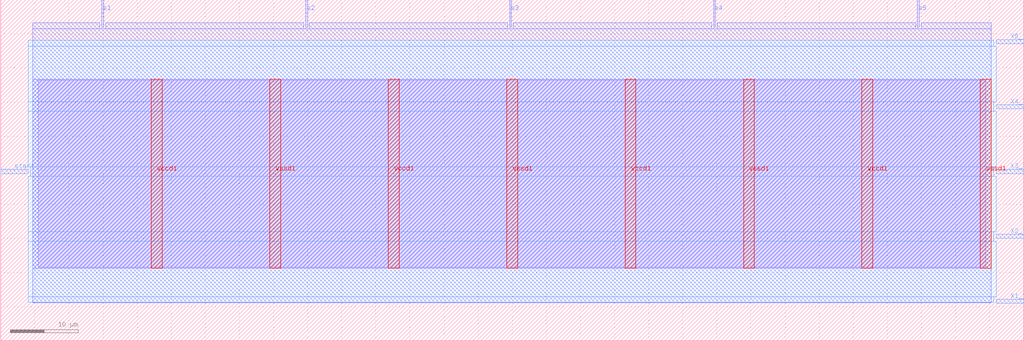
<source format=lef>
VERSION 5.7 ;
  NOWIREEXTENSIONATPIN ON ;
  DIVIDERCHAR "/" ;
  BUSBITCHARS "[]" ;
MACRO b0r1_aa
  CLASS BLOCK ;
  FOREIGN b0r1_aa ;
  ORIGIN 0.000 0.000 ;
  SIZE 150.000 BY 50.000 ;
  PIN X1_Y1
    DIRECTION OUTPUT TRISTATE ;
    USE SIGNAL ;
    ANTENNADIFFAREA 2.673000 ;
    PORT
      LAYER met3 ;
        RECT 146.000 5.480 150.000 6.080 ;
    END
  END X1_Y1
  PIN X2_Y1
    DIRECTION OUTPUT TRISTATE ;
    USE SIGNAL ;
    ANTENNADIFFAREA 2.673000 ;
    PORT
      LAYER met3 ;
        RECT 146.000 15.000 150.000 15.600 ;
    END
  END X2_Y1
  PIN X3_Y1
    DIRECTION OUTPUT TRISTATE ;
    USE SIGNAL ;
    ANTENNADIFFAREA 2.673000 ;
    PORT
      LAYER met3 ;
        RECT 146.000 24.520 150.000 25.120 ;
    END
  END X3_Y1
  PIN X4_Y1
    DIRECTION OUTPUT TRISTATE ;
    USE SIGNAL ;
    ANTENNADIFFAREA 2.673000 ;
    PORT
      LAYER met3 ;
        RECT 146.000 34.040 150.000 34.640 ;
    END
  END X4_Y1
  PIN X5_Y1
    DIRECTION OUTPUT TRISTATE ;
    USE SIGNAL ;
    ANTENNADIFFAREA 2.673000 ;
    PORT
      LAYER met3 ;
        RECT 146.000 43.560 150.000 44.160 ;
    END
  END X5_Y1
  PIN s1
    DIRECTION INPUT ;
    USE SIGNAL ;
    ANTENNAGATEAREA 0.196500 ;
    PORT
      LAYER met2 ;
        RECT 14.810 46.000 15.090 50.000 ;
    END
  END s1
  PIN s2
    DIRECTION INPUT ;
    USE SIGNAL ;
    ANTENNAGATEAREA 0.196500 ;
    PORT
      LAYER met2 ;
        RECT 44.710 46.000 44.990 50.000 ;
    END
  END s2
  PIN s3
    DIRECTION INPUT ;
    USE SIGNAL ;
    ANTENNAGATEAREA 0.196500 ;
    PORT
      LAYER met2 ;
        RECT 74.610 46.000 74.890 50.000 ;
    END
  END s3
  PIN s4
    DIRECTION INPUT ;
    USE SIGNAL ;
    ANTENNAGATEAREA 0.196500 ;
    PORT
      LAYER met2 ;
        RECT 104.510 46.000 104.790 50.000 ;
    END
  END s4
  PIN s5
    DIRECTION INPUT ;
    USE SIGNAL ;
    ANTENNAGATEAREA 0.196500 ;
    PORT
      LAYER met2 ;
        RECT 134.410 46.000 134.690 50.000 ;
    END
  END s5
  PIN start
    DIRECTION INPUT ;
    USE SIGNAL ;
    ANTENNAGATEAREA 0.196500 ;
    PORT
      LAYER met3 ;
        RECT 0.000 24.520 4.000 25.120 ;
    END
  END start
  PIN vccd1
    DIRECTION INOUT ;
    USE POWER ;
    PORT
      LAYER met4 ;
        RECT 22.085 10.640 23.685 38.320 ;
    END
    PORT
      LAYER met4 ;
        RECT 56.815 10.640 58.415 38.320 ;
    END
    PORT
      LAYER met4 ;
        RECT 91.545 10.640 93.145 38.320 ;
    END
    PORT
      LAYER met4 ;
        RECT 126.275 10.640 127.875 38.320 ;
    END
  END vccd1
  PIN vssd1
    DIRECTION INOUT ;
    USE GROUND ;
    PORT
      LAYER met4 ;
        RECT 39.450 10.640 41.050 38.320 ;
    END
    PORT
      LAYER met4 ;
        RECT 74.180 10.640 75.780 38.320 ;
    END
    PORT
      LAYER met4 ;
        RECT 108.910 10.640 110.510 38.320 ;
    END
    PORT
      LAYER met4 ;
        RECT 143.640 10.640 145.240 38.320 ;
    END
  END vssd1
  OBS
      LAYER li1 ;
        RECT 5.520 10.795 144.440 38.165 ;
      LAYER met1 ;
        RECT 4.670 10.640 145.240 38.320 ;
      LAYER met2 ;
        RECT 4.690 45.720 14.530 46.650 ;
        RECT 15.370 45.720 44.430 46.650 ;
        RECT 45.270 45.720 74.330 46.650 ;
        RECT 75.170 45.720 104.230 46.650 ;
        RECT 105.070 45.720 134.130 46.650 ;
        RECT 134.970 45.720 145.210 46.650 ;
        RECT 4.690 5.595 145.210 45.720 ;
      LAYER met3 ;
        RECT 4.000 43.160 145.600 44.025 ;
        RECT 4.000 35.040 146.000 43.160 ;
        RECT 4.000 33.640 145.600 35.040 ;
        RECT 4.000 25.520 146.000 33.640 ;
        RECT 4.400 24.120 145.600 25.520 ;
        RECT 4.000 16.000 146.000 24.120 ;
        RECT 4.000 14.600 145.600 16.000 ;
        RECT 4.000 6.480 146.000 14.600 ;
        RECT 4.000 5.615 145.600 6.480 ;
  END
END b0r1_aa
END LIBRARY


</source>
